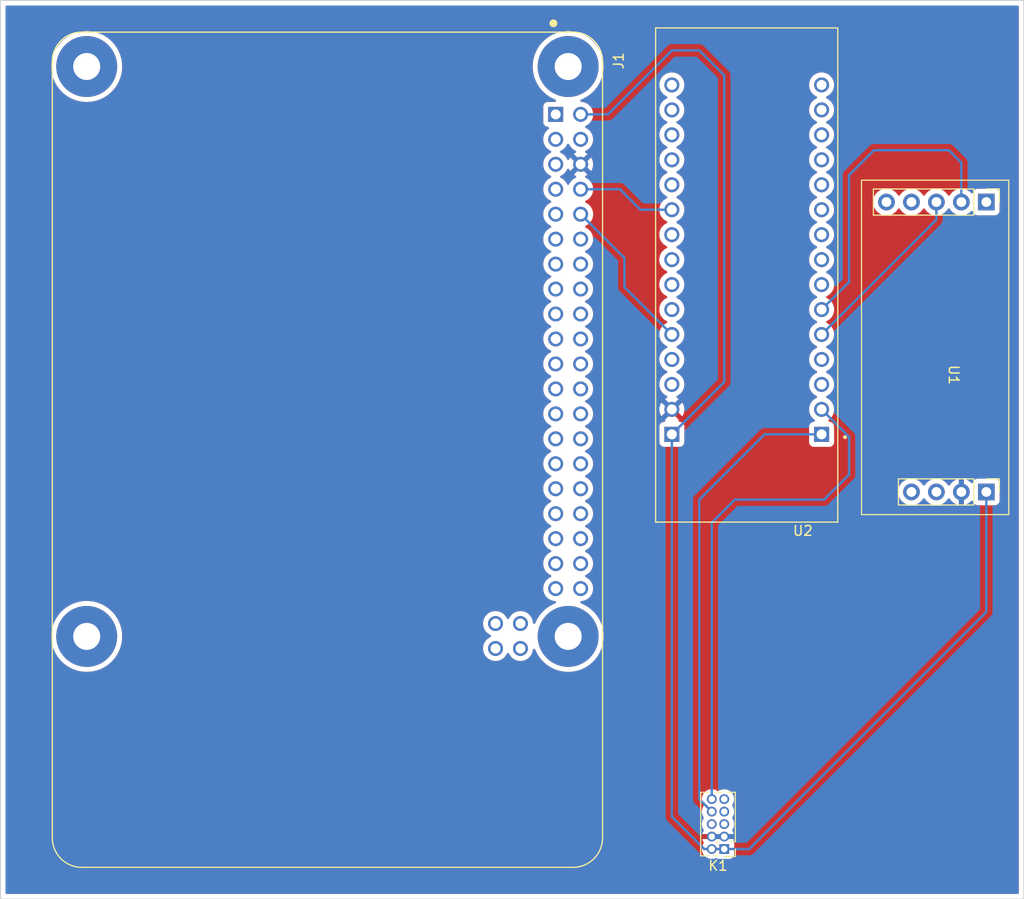
<source format=kicad_pcb>
(kicad_pcb (version 20211014) (generator pcbnew)
  (layers (0 "F.Cu" signal) (31 "B.Cu" signal) (34 "B.Paste" user) (35 "F.Paste" user) (36 "B.SilkS" user "B.Silkscreen") (37 "F.SilkS" user "F.Silkscreen") (38 "B.Mask" user) (39 "F.Mask" user) (44 "Edge.Cuts" user))
  (net 0 "")
  (net 7 "+5V")
  (net 9 "GND")
  (net 10 "UART_Nucleo_RX_RPi_TX")
  (net 11 "UART_Nucleo_TX_RPi_RX")
  (net 42 "UART2_Nucleo_RX_PM25_TX")
  (net 43 "UART2_Nucleo_TX_PM25_RX")
  (net 44 "UART3_Nucleo_TX_CO2_RX")
  (net 45 "UART3_Nucleo_RX_CO2_TX")
  (footprint "FootPrint:MODULE_NUCLEO-L432KC" (layer "F.Cu") (at 172.466 71.12 180)
    (fp_text reference "U2" (at -5.715 -26.035) (layer "F.SilkS"))
    (fp_text value "NUCLEO-L432KC")
    (fp_line (start -9.27 25.145) (end -9.27 -25.145) (layer "F.SilkS") (width 0.127))
    (fp_line (start -9.27 -25.145) (end 9.27 -25.145) (layer "F.SilkS") (width 0.127))
    (fp_line (start 9.27 -25.145) (end 9.27 25.145) (layer "F.SilkS") (width 0.127))
    (fp_line (start 9.27 25.145) (end -9.27 25.145) (layer "F.SilkS") (width 0.127))
    (fp_circle (center -10 -16.5) (end -9.9 -16.5) (layer "F.SilkS") (width 0.2) (fill none))
    (pad "CN3_1" thru_hole rect locked (at -7.62 -16.215 180) (size 1.53 1.53) (drill 1.02) (layers *.Cu *.Mask) (net 43 "UART2_Nucleo_TX_PM25_RX"))
    (pad "CN3_2" thru_hole circle locked (at -7.62 -13.675 180) (size 1.53 1.53) (drill 1.02) (layers *.Cu *.Mask) (net 42 "UART2_Nucleo_RX_PM25_TX"))
    (pad "CN3_3" thru_hole circle locked (at -7.62 -11.135 180) (size 1.53 1.53) (drill 1.02) (layers *.Cu *.Mask))
    (pad "CN3_4" thru_hole circle locked (at -7.62 -8.595 180) (size 1.53 1.53) (drill 1.02) (layers *.Cu *.Mask))
    (pad "CN3_5" thru_hole circle locked (at -7.62 -6.055 180) (size 1.53 1.53) (drill 1.02) (layers *.Cu *.Mask) (net 45 "UART3_Nucleo_RX_CO2_TX"))
    (pad "CN3_6" thru_hole circle locked (at -7.62 -3.515 180) (size 1.53 1.53) (drill 1.02) (layers *.Cu *.Mask) (net 44 "UART3_Nucleo_TX_CO2_RX"))
    (pad "CN3_7" thru_hole circle locked (at -7.62 -0.975 180) (size 1.53 1.53) (drill 1.02) (layers *.Cu *.Mask))
    (pad "CN3_8" thru_hole circle locked (at -7.62 1.565 180) (size 1.53 1.53) (drill 1.02) (layers *.Cu *.Mask))
    (pad "CN3_9" thru_hole circle locked (at -7.62 4.105 180) (size 1.53 1.53) (drill 1.02) (layers *.Cu *.Mask))
    (pad "CN3_10" thru_hole circle locked (at -7.62 6.645 180) (size 1.53 1.53) (drill 1.02) (layers *.Cu *.Mask))
    (pad "CN3_11" thru_hole circle locked (at -7.62 9.185 180) (size 1.53 1.53) (drill 1.02) (layers *.Cu *.Mask))
    (pad "CN3_12" thru_hole circle locked (at -7.62 11.725 180) (size 1.53 1.53) (drill 1.02) (layers *.Cu *.Mask))
    (pad "CN3_13" thru_hole circle locked (at -7.62 14.265 180) (size 1.53 1.53) (drill 1.02) (layers *.Cu *.Mask))
    (pad "CN3_14" thru_hole circle locked (at -7.62 16.805 180) (size 1.53 1.53) (drill 1.02) (layers *.Cu *.Mask))
    (pad "CN3_15" thru_hole circle locked (at -7.62 19.345 180) (size 1.53 1.53) (drill 1.02) (layers *.Cu *.Mask))
    (pad "CN4_1" thru_hole rect locked (at 7.62 -16.215 180) (size 1.53 1.53) (drill 1.02) (layers *.Cu *.Mask) (net 7 "+5V"))
    (pad "CN4_2" thru_hole circle locked (at 7.62 -13.675 180) (size 1.53 1.53) (drill 1.02) (layers *.Cu *.Mask) (net 9 "GND"))
    (pad "CN4_3" thru_hole circle locked (at 7.62 -11.135 180) (size 1.53 1.53) (drill 1.02) (layers *.Cu *.Mask))
    (pad "CN4_4" thru_hole circle locked (at 7.62 -8.595 180) (size 1.53 1.53) (drill 1.02) (layers *.Cu *.Mask))
    (pad "CN4_5" thru_hole circle locked (at 7.62 -6.055 180) (size 1.53 1.53) (drill 1.02) (layers *.Cu *.Mask) (net 11 "UART_Nucleo_TX_RPi_RX"))
    (pad "CN4_6" thru_hole circle locked (at 7.62 -3.515 180) (size 1.53 1.53) (drill 1.02) (layers *.Cu *.Mask))
    (pad "CN4_7" thru_hole circle locked (at 7.62 -0.975 180) (size 1.53 1.53) (drill 1.02) (layers *.Cu *.Mask))
    (pad "CN4_8" thru_hole circle locked (at 7.62 1.565 180) (size 1.53 1.53) (drill 1.02) (layers *.Cu *.Mask))
    (pad "CN4_9" thru_hole circle locked (at 7.62 4.105 180) (size 1.53 1.53) (drill 1.02) (layers *.Cu *.Mask))
    (pad "CN4_10" thru_hole circle locked (at 7.62 6.645 180) (size 1.53 1.53) (drill 1.02) (layers *.Cu *.Mask) (net 10 "UART_Nucleo_RX_RPi_TX"))
    (pad "CN4_11" thru_hole circle locked (at 7.62 9.185 180) (size 1.53 1.53) (drill 1.02) (layers *.Cu *.Mask))
    (pad "CN4_12" thru_hole circle locked (at 7.62 11.725 180) (size 1.53 1.53) (drill 1.02) (layers *.Cu *.Mask))
    (pad "CN4_13" thru_hole circle locked (at 7.62 14.265 180) (size 1.53 1.53) (drill 1.02) (layers *.Cu *.Mask))
    (pad "CN4_14" thru_hole circle locked (at 7.62 16.805 180) (size 1.53 1.53) (drill 1.02) (layers *.Cu *.Mask))
    (pad "CN4_15" thru_hole circle locked (at 7.62 19.345 180) (size 1.53 1.53) (drill 1.02) (layers *.Cu *.Mask))
  )
  (footprint "Connector_PinHeader_1.27mm:PinHeader_2x05_P1.27mm_Vertical" (layer "F.Cu") (at 170.18 129.54 180)
    (fp_text reference "K1" (at 0.635 -1.695) (layer "F.SilkS"))
    (fp_text value "HEADER_FEMALE_5x2_1.27mm_SMD")
    (fp_line (start 0.30753 5.775) (end 0.96247 5.775) (layer "F.SilkS") (width 0.12))
    (fp_line (start 2.4 -0.695) (end 2.4 5.775) (layer "F.SilkS") (width 0.12))
    (fp_line (start 0.563471 0.76) (end 0.706529 0.76) (layer "F.SilkS") (width 0.12))
    (fp_line (start -1.13 -0.76) (end 0 -0.76) (layer "F.SilkS") (width 0.12))
    (fp_line (start 0.76 0.706529) (end 0.76 0.563471) (layer "F.SilkS") (width 0.12))
    (fp_line (start -1.13 5.775) (end -0.30753 5.775) (layer "F.SilkS") (width 0.12))
    (fp_line (start -1.13 0.76) (end -0.563471 0.76) (layer "F.SilkS") (width 0.12))
    (fp_line (start -1.13 0) (end -1.13 -0.76) (layer "F.SilkS") (width 0.12))
    (fp_line (start 1.57753 5.775) (end 2.4 5.775) (layer "F.SilkS") (width 0.12))
    (fp_line (start 0.76 -0.563471) (end 0.76 -0.695) (layer "F.SilkS") (width 0.12))
    (fp_line (start 0.76 -0.695) (end 0.96247 -0.695) (layer "F.SilkS") (width 0.12))
    (fp_line (start 1.57753 -0.695) (end 2.4 -0.695) (layer "F.SilkS") (width 0.12))
    (fp_line (start -1.13 0.76) (end -1.13 5.775) (layer "F.SilkS") (width 0.12))
    (pad "1" thru_hole rect (at 0 0 180) (size 1 1) (drill 0.65) (layers *.Cu *.Mask) (net 7 "+5V"))
    (pad "2" thru_hole oval (at 1.27 0 180) (size 1 1) (drill 0.65) (layers *.Cu *.Mask) (net 7 "+5V"))
    (pad "3" thru_hole oval (at 0 1.27 180) (size 1 1) (drill 0.65) (layers *.Cu *.Mask) (net 9 "GND"))
    (pad "4" thru_hole oval (at 1.27 1.27 180) (size 1 1) (drill 0.65) (layers *.Cu *.Mask) (net 9 "GND"))
    (pad "5" thru_hole oval (at 0 2.54 180) (size 1 1) (drill 0.65) (layers *.Cu *.Mask))
    (pad "6" thru_hole oval (at 1.27 2.54 180) (size 1 1) (drill 0.65) (layers *.Cu *.Mask))
    (pad "7" thru_hole oval (at 0 3.81 180) (size 1 1) (drill 0.65) (layers *.Cu *.Mask))
    (pad "8" thru_hole oval (at 1.27 3.81 180) (size 1 1) (drill 0.65) (layers *.Cu *.Mask) (net 43 "UART2_Nucleo_TX_PM25_RX"))
    (pad "9" thru_hole oval (at 0 5.08 180) (size 1 1) (drill 0.65) (layers *.Cu *.Mask))
    (pad "10" thru_hole oval (at 1.27 5.08 180) (size 1 1) (drill 0.65) (layers *.Cu *.Mask) (net 42 "UART2_Nucleo_RX_PM25_TX"))
  )
  (footprint "FootPrint:MODULE_RASPBERRY_PI_3_MODEL_B+" (layer "F.Cu") (at 129.794 88.9 -90)
    (fp_text reference "J1" (at -39.575 -29.635 90) (layer "F.SilkS"))
    (fp_text value "Raspberry_Pi_2_3")
    (fp_line (start -39.5 28) (end 39.5 28) (layer "F.SilkS") (width 0.127))
    (fp_line (start -42.5 -25) (end -42.5 25) (layer "F.SilkS") (width 0.127))
    (fp_line (start 42.5 25) (end 42.5 -25) (layer "F.SilkS") (width 0.127))
    (fp_line (start 39.5 -28) (end -39.5 -28) (layer "F.SilkS") (width 0.127))
    (fp_arc (start 42.5 25) (mid 41.62132 27.12132) (end 39.5 28) (layer "F.SilkS") (width 0.127))
    (fp_arc (start 39.5 -28) (mid 41.62132 -27.12132) (end 42.5 -25) (layer "F.SilkS") (width 0.127))
    (fp_arc (start -39.5 28) (mid -41.62132 27.12132) (end -42.5 25) (layer "F.SilkS") (width 0.127))
    (fp_arc (start -42.5 -25) (mid -41.62132 -27.12132) (end -39.5 -28) (layer "F.SilkS") (width 0.127))
    (fp_circle (center -43.4 -23) (end -43.2 -23) (layer "F.SilkS") (width 0.4) (fill none))
    (pad "1" thru_hole rect locked (at -34.13 -23.23 270) (size 1.524 1.524) (drill 1.016) (layers *.Cu *.Mask))
    (pad "2" thru_hole circle locked (at -34.13 -25.77 270) (size 1.524 1.524) (drill 1.016) (layers *.Cu *.Mask) (net 7 "+5V"))
    (pad "3" thru_hole circle locked (at -31.59 -23.23 270) (size 1.524 1.524) (drill 1.016) (layers *.Cu *.Mask))
    (pad "4" thru_hole circle locked (at -31.59 -25.77 270) (size 1.524 1.524) (drill 1.016) (layers *.Cu *.Mask))
    (pad "5" thru_hole circle locked (at -29.05 -23.23 270) (size 1.524 1.524) (drill 1.016) (layers *.Cu *.Mask))
    (pad "6" thru_hole circle locked (at -29.05 -25.77 270) (size 1.524 1.524) (drill 1.016) (layers *.Cu *.Mask) (net 9 "GND"))
    (pad "7" thru_hole circle locked (at -26.51 -23.23 270) (size 1.524 1.524) (drill 1.016) (layers *.Cu *.Mask))
    (pad "8" thru_hole circle locked (at -26.51 -25.77 270) (size 1.524 1.524) (drill 1.016) (layers *.Cu *.Mask) (net 10 "UART_Nucleo_RX_RPi_TX"))
    (pad "9" thru_hole circle locked (at -23.97 -23.23 270) (size 1.524 1.524) (drill 1.016) (layers *.Cu *.Mask))
    (pad "10" thru_hole circle locked (at -23.97 -25.77 270) (size 1.524 1.524) (drill 1.016) (layers *.Cu *.Mask) (net 11 "UART_Nucleo_TX_RPi_RX"))
    (pad "11" thru_hole circle locked (at -21.43 -23.23 270) (size 1.524 1.524) (drill 1.016) (layers *.Cu *.Mask))
    (pad "12" thru_hole circle locked (at -21.43 -25.77 270) (size 1.524 1.524) (drill 1.016) (layers *.Cu *.Mask))
    (pad "13" thru_hole circle locked (at -18.89 -23.23 270) (size 1.524 1.524) (drill 1.016) (layers *.Cu *.Mask))
    (pad "14" thru_hole circle locked (at -18.89 -25.77 270) (size 1.524 1.524) (drill 1.016) (layers *.Cu *.Mask))
    (pad "15" thru_hole circle locked (at -16.35 -23.23 270) (size 1.524 1.524) (drill 1.016) (layers *.Cu *.Mask))
    (pad "16" thru_hole circle locked (at -16.35 -25.77 270) (size 1.524 1.524) (drill 1.016) (layers *.Cu *.Mask))
    (pad "17" thru_hole circle locked (at -13.81 -23.23 270) (size 1.524 1.524) (drill 1.016) (layers *.Cu *.Mask))
    (pad "18" thru_hole circle locked (at -13.81 -25.77 270) (size 1.524 1.524) (drill 1.016) (layers *.Cu *.Mask))
    (pad "19" thru_hole circle locked (at -11.27 -23.23 270) (size 1.524 1.524) (drill 1.016) (layers *.Cu *.Mask))
    (pad "20" thru_hole circle locked (at -11.27 -25.77 270) (size 1.524 1.524) (drill 1.016) (layers *.Cu *.Mask))
    (pad "21" thru_hole circle locked (at -8.73 -23.23 270) (size 1.524 1.524) (drill 1.016) (layers *.Cu *.Mask))
    (pad "22" thru_hole circle locked (at -8.73 -25.77 270) (size 1.524 1.524) (drill 1.016) (layers *.Cu *.Mask))
    (pad "23" thru_hole circle locked (at -6.19 -23.23 270) (size 1.524 1.524) (drill 1.016) (layers *.Cu *.Mask))
    (pad "24" thru_hole circle locked (at -6.19 -25.77 270) (size 1.524 1.524) (drill 1.016) (layers *.Cu *.Mask))
    (pad "25" thru_hole circle locked (at -3.65 -23.23 270) (size 1.524 1.524) (drill 1.016) (layers *.Cu *.Mask))
    (pad "26" thru_hole circle locked (at -3.65 -25.77 270) (size 1.524 1.524) (drill 1.016) (layers *.Cu *.Mask))
    (pad "27" thru_hole circle locked (at -1.11 -23.23 270) (size 1.524 1.524) (drill 1.016) (layers *.Cu *.Mask))
    (pad "28" thru_hole circle locked (at -1.11 -25.77 270) (size 1.524 1.524) (drill 1.016) (layers *.Cu *.Mask))
    (pad "29" thru_hole circle locked (at 1.43 -23.23 270) (size 1.524 1.524) (drill 1.016) (layers *.Cu *.Mask))
    (pad "30" thru_hole circle locked (at 1.43 -25.77 270) (size 1.524 1.524) (drill 1.016) (layers *.Cu *.Mask))
    (pad "31" thru_hole circle locked (at 3.97 -23.23 270) (size 1.524 1.524) (drill 1.016) (layers *.Cu *.Mask))
    (pad "32" thru_hole circle locked (at 3.97 -25.77 270) (size 1.524 1.524) (drill 1.016) (layers *.Cu *.Mask))
    (pad "33" thru_hole circle locked (at 6.51 -23.23 270) (size 1.524 1.524) (drill 1.016) (layers *.Cu *.Mask))
    (pad "34" thru_hole circle locked (at 6.51 -25.77 270) (size 1.524 1.524) (drill 1.016) (layers *.Cu *.Mask))
    (pad "35" thru_hole circle locked (at 9.05 -23.23 270) (size 1.524 1.524) (drill 1.016) (layers *.Cu *.Mask))
    (pad "36" thru_hole circle locked (at 9.05 -25.77 270) (size 1.524 1.524) (drill 1.016) (layers *.Cu *.Mask))
    (pad "37" thru_hole circle locked (at 11.59 -23.23 270) (size 1.524 1.524) (drill 1.016) (layers *.Cu *.Mask))
    (pad "38" thru_hole circle locked (at 11.59 -25.77 270) (size 1.524 1.524) (drill 1.016) (layers *.Cu *.Mask))
    (pad "39" thru_hole circle locked (at 14.13 -23.23 270) (size 1.524 1.524) (drill 1.016) (layers *.Cu *.Mask))
    (pad "40" thru_hole circle locked (at 14.13 -25.77 270) (size 1.524 1.524) (drill 1.016) (layers *.Cu *.Mask))
    (pad "41" thru_hole circle locked (at 20.23 -17.107 270) (size 1.524 1.524) (drill 1.016) (layers *.Cu *.Mask))
    (pad "42" thru_hole circle locked (at 20.23 -19.647 270) (size 1.524 1.524) (drill 1.016) (layers *.Cu *.Mask))
    (pad "43" thru_hole circle locked (at 17.69 -17.107 270) (size 1.524 1.524) (drill 1.016) (layers *.Cu *.Mask))
    (pad "44" thru_hole circle locked (at 17.69 -19.647 270) (size 1.524 1.524) (drill 1.016) (layers *.Cu *.Mask))
    (pad "S1" thru_hole circle locked (at -39 -24.5 270) (size 6.2 6.2) (drill 2.75) (layers *.Cu *.Mask))
    (pad "S2" thru_hole circle locked (at 19 -24.5 270) (size 6.2 6.2) (drill 2.75) (layers *.Cu *.Mask))
    (pad "S3" thru_hole circle locked (at 19 24.5 270) (size 6.2 6.2) (drill 2.75) (layers *.Cu *.Mask))
    (pad "S4" thru_hole circle locked (at -39 24.5 270) (size 6.2 6.2) (drill 2.75) (layers *.Cu *.Mask))
  )
  (footprint "Capteur_station:CO2" (layer "F.Cu") (at 193.04 81.28 -90)
    (fp_text reference "U1" (at 0 -0.5 -90 unlocked) (layer "F.SilkS"))
    (fp_text value "CO2")
    (fp_line (start -16.256 -2.54) (end -16.256 7.68) (layer "F.SilkS") (width 0.12))
    (fp_line (start -18.916 7.68) (end -16.256 7.68) (layer "F.SilkS") (width 0.12))
    (fp_line (start -18.916 -2.54) (end -16.256 -2.54) (layer "F.SilkS") (width 0.12))
    (fp_line (start -18.916 -2.54) (end -18.916 7.68) (layer "F.SilkS") (width 0.12))
    (fp_line (start 10.586 -2.542) (end 10.586 5.138) (layer "F.SilkS") (width 0.12))
    (fp_line (start 13.246 -2.542) (end 13.246 5.138) (layer "F.SilkS") (width 0.12))
    (fp_line (start -18.916 -5.14) (end -17.586 -5.14) (layer "F.SilkS") (width 0.12))
    (fp_line (start 10.586 -3.812) (end 10.586 -5.142) (layer "F.SilkS") (width 0.12))
    (fp_line (start 10.586 -2.542) (end 13.246 -2.542) (layer "F.SilkS") (width 0.12))
    (fp_line (start 10.586 5.138) (end 13.246 5.138) (layer "F.SilkS") (width 0.12))
    (fp_line (start -18.916 -3.81) (end -18.916 -5.14) (layer "F.SilkS") (width 0.12))
    (fp_line (start 10.586 -5.142) (end 11.916 -5.142) (layer "F.SilkS") (width 0.12))
    (fp_rect (start -19.812 -6.096) (end 14.224 8.89) (layer "F.SilkS") (width 0.12) (fill none))
    (pad "1" thru_hole rect (at 11.916 -3.812 270) (size 1.7 1.7) (drill 1) (layers *.Cu *.Mask) (net 7 "+5V"))
    (pad "2" thru_hole oval (at -17.586 -1.27 270) (size 1.7 1.7) (drill 1) (layers *.Cu *.Mask) (net 44 "UART3_Nucleo_TX_CO2_RX"))
    (pad "3" thru_hole oval (at -17.586 1.27 270) (size 1.7 1.7) (drill 1) (layers *.Cu *.Mask) (net 45 "UART3_Nucleo_RX_CO2_TX"))
    (pad "4" thru_hole oval (at 11.916 -1.272 270) (size 1.7 1.7) (drill 1) (layers *.Cu *.Mask) (net 9 "GND"))
    (pad "5" thru_hole oval (at 11.916 1.268 270) (size 1.7 1.7) (drill 1) (layers *.Cu *.Mask))
    (pad "6" thru_hole oval (at 11.916 3.808 270) (size 1.7 1.7) (drill 1) (layers *.Cu *.Mask))
    (pad "7" thru_hole rect (at -17.586 -3.81 270) (size 1.7 1.7) (drill 1) (layers *.Cu *.Mask))
    (pad "8" thru_hole oval (at -17.586 3.81 270) (size 1.7 1.7) (drill 1) (layers *.Cu *.Mask))
    (pad "9" thru_hole oval (at -17.586 6.35 270) (size 1.7 1.7) (drill 1) (layers *.Cu *.Mask))
  )
  (gr_rect (start 96.52 43.18) (end 200.66 134.62) (layer "Edge.Cuts") (width 0.1) (fill none))
  (segment (start 172.72 129.54) (end 196.852 105.408) (width 0.25) (layer "B.Cu") (net 7))
  (segment (start 164.846 126.24247) (end 168.14353 129.54) (width 0.25) (layer "B.Cu") (net 7))
  (segment (start 158.347 54.77) (end 164.857 48.26) (width 0.25) (layer "B.Cu") (net 7))
  (segment (start 170.18 50.8) (end 170.18 82.001) (width 0.25) (layer "B.Cu") (net 7))
  (segment (start 168.14353 129.54) (end 170.18 129.54) (width 0.25) (layer "B.Cu") (net 7))
  (segment (start 167.64 48.26) (end 170.18 50.8) (width 0.25) (layer "B.Cu") (net 7))
  (segment (start 170.18 129.54) (end 172.72 129.54) (width 0.25) (layer "B.Cu") (net 7))
  (segment (start 164.857 48.26) (end 167.64 48.26) (width 0.25) (layer "B.Cu") (net 7))
  (segment (start 164.846 87.335) (end 164.846 126.24247) (width 0.25) (layer "B.Cu") (net 7))
  (segment (start 196.852 105.408) (end 196.852 93.196) (width 0.25) (layer "B.Cu") (net 7))
  (segment (start 170.18 82.001) (end 164.846 87.335) (width 0.25) (layer "B.Cu") (net 7))
  (segment (start 155.564 54.77) (end 158.347 54.77) (width 0.25) (layer "B.Cu") (net 7))
  (segment (start 155.564 62.39) (end 159.5655 62.39) (width 0.25) (layer "B.Cu") (net 10))
  (segment (start 161.6505 64.475) (end 164.846 64.475) (width 0.25) (layer "B.Cu") (net 10))
  (segment (start 159.5655 62.39) (end 161.6505 64.475) (width 0.25) (layer "B.Cu") (net 10))
  (segment (start 160.02 69.386) (end 155.564 64.93) (width 0.25) (layer "B.Cu") (net 11))
  (segment (start 164.846 77.175) (end 160.02 72.349) (width 0.25) (layer "B.Cu") (net 11))
  (segment (start 160.02 72.349) (end 160.02 69.386) (width 0.25) (layer "B.Cu") (net 11))
  (segment (start 182.88 91.44) (end 182.88 87.589) (width 0.25) (layer "B.Cu") (net 42))
  (segment (start 180.34 93.98) (end 182.88 91.44) (width 0.25) (layer "B.Cu") (net 42))
  (segment (start 171.261 93.98) (end 180.34 93.98) (width 0.25) (layer "B.Cu") (net 42))
  (segment (start 168.91 96.331) (end 171.261 93.98) (width 0.25) (layer "B.Cu") (net 42))
  (segment (start 182.88 87.589) (end 180.086 84.795) (width 0.25) (layer "B.Cu") (net 42))
  (segment (start 168.91 124.46) (end 168.91 96.331) (width 0.25) (layer "B.Cu") (net 42))
  (segment (start 168.91 125.73) (end 167.64 124.46) (width 0.25) (layer "B.Cu") (net 43))
  (segment (start 167.64 124.46) (end 167.64 93.98) (width 0.25) (layer "B.Cu") (net 43))
  (segment (start 174.285 87.335) (end 180.086 87.335) (width 0.25) (layer "B.Cu") (net 43))
  (segment (start 167.64 93.98) (end 174.285 87.335) (width 0.25) (layer "B.Cu") (net 43))
  (segment (start 180.086 74.635) (end 182.88 71.841) (width 0.25) (layer "B.Cu") (net 44))
  (segment (start 193.04 58.42) (end 194.31 59.69) (width 0.25) (layer "B.Cu") (net 44))
  (segment (start 194.31 59.69) (end 194.31 63.694) (width 0.25) (layer "B.Cu") (net 44))
  (segment (start 182.88 71.841) (end 182.88 60.96) (width 0.25) (layer "B.Cu") (net 44))
  (segment (start 185.42 58.42) (end 193.04 58.42) (width 0.25) (layer "B.Cu") (net 44))
  (segment (start 182.88 60.96) (end 185.42 58.42) (width 0.25) (layer "B.Cu") (net 44))
  (segment (start 191.77 65.491) (end 191.77 63.694) (width 0.25) (layer "B.Cu") (net 45))
  (segment (start 180.086 77.175) (end 191.77 65.491) (width 0.25) (layer "B.Cu") (net 45))
  (zone (net 9) (net_name "GND") (layer "F.Cu") (connect_pads (clearance 0.508)) (min_thickness 0.254) (fill yes (thermal_gap 0.508) (thermal_bridge_width 0.508))
    (polygon (pts (xy 200.66 134.62) (xy 96.52 134.62) (xy 96.52 43.18) (xy 200.66 43.18)))
  )
  (zone (net 9) (net_name "GND") (layer "B.Cu") (connect_pads (clearance 0.508)) (min_thickness 0.254) (fill yes (thermal_gap 0.508) (thermal_bridge_width 0.508))
    (polygon (pts (xy 200.66 134.62) (xy 96.52 134.62) (xy 96.52 43.18) (xy 200.66 43.18)))
  )
)
</source>
